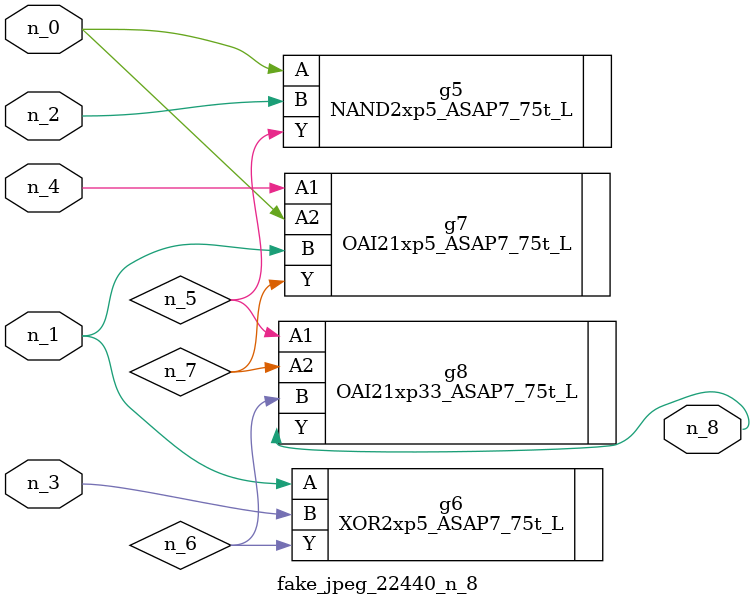
<source format=v>
module fake_jpeg_22440_n_8 (n_3, n_2, n_1, n_0, n_4, n_8);

input n_3;
input n_2;
input n_1;
input n_0;
input n_4;

output n_8;

wire n_6;
wire n_5;
wire n_7;

NAND2xp5_ASAP7_75t_L g5 ( 
.A(n_0),
.B(n_2),
.Y(n_5)
);

XOR2xp5_ASAP7_75t_L g6 ( 
.A(n_1),
.B(n_3),
.Y(n_6)
);

OAI21xp5_ASAP7_75t_L g7 ( 
.A1(n_4),
.A2(n_0),
.B(n_1),
.Y(n_7)
);

OAI21xp33_ASAP7_75t_L g8 ( 
.A1(n_5),
.A2(n_7),
.B(n_6),
.Y(n_8)
);


endmodule
</source>
